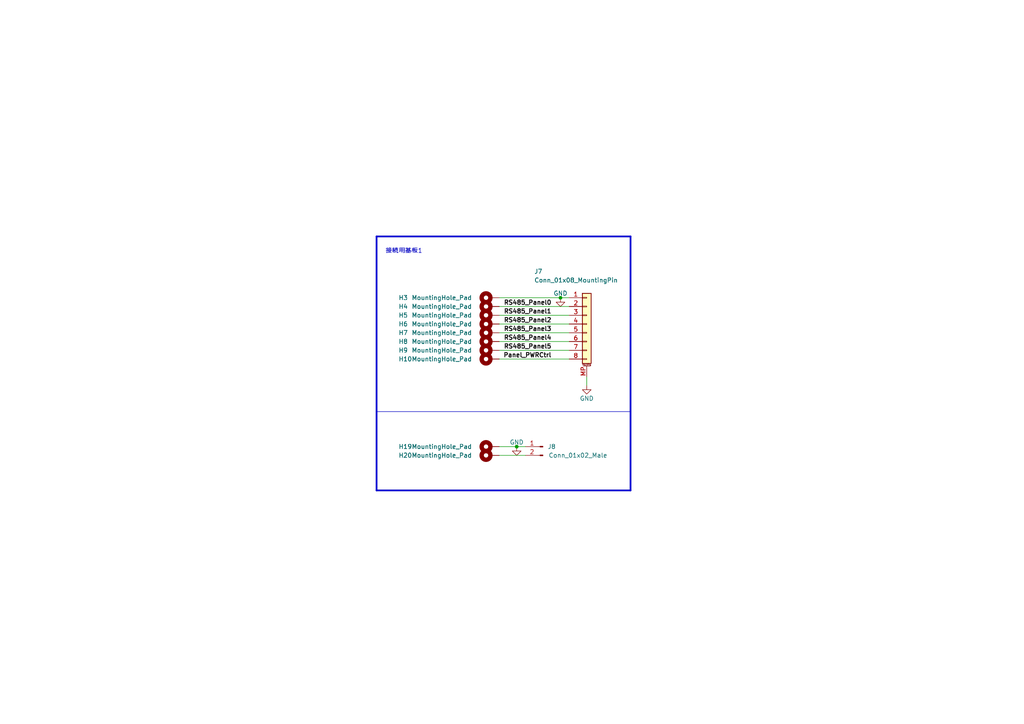
<source format=kicad_sch>
(kicad_sch (version 20230121) (generator eeschema)
  (paper "A4")
  (lib_symbols
    (symbol "Connector:Conn_01x02_Male" (pin_names (offset 1.016) hide)
      (property "Reference" "J" (at 0 2.54 0))
      (property "Value" "Conn_01x02_Male" (at 0 -5.08 0))
      (symbol "Conn_01x02_Male_1_1"
        (polyline (pts (xy 1.27 -2.54) (xy 0.8636 -2.54)) (stroke (width 0.1524)))
        (polyline (pts (xy 1.27 0) (xy 0.8636 0)) (stroke (width 0.1524)))
        (rectangle (start 0.8636 -2.413) (end 0 -2.667) (stroke (width 0.1524)) (fill (type outline)))
        (rectangle (start 0.8636 0.127) (end 0 -0.127) (stroke (width 0.1524)) (fill (type outline)))
        (pin passive line (at 5.08 0 180) (length 3.81) (name "Pin_1") (number "1"))
        (pin passive line (at 5.08 -2.54 180) (length 3.81) (name "Pin_2") (number "2"))
      )
    )
    (symbol "Connector_Generic_MountingPin:Conn_01x08_MountingPin" (pin_names (offset 1.016) hide)
      (property "Reference" "J" (at 0 10.16 0))
      (property "Value" "Conn_01x08_MountingPin" (at 1.27 -12.7 0))
      (symbol "Conn_01x08_MountingPin_1_1"
        (rectangle (start -1.27 -10.033) (end 0 -10.287) (stroke (width 0.1524)))
        (rectangle (start -1.27 -7.493) (end 0 -7.747) (stroke (width 0.1524)))
        (rectangle (start -1.27 -4.953) (end 0 -5.207) (stroke (width 0.1524)))
        (rectangle (start -1.27 -2.413) (end 0 -2.667) (stroke (width 0.1524)))
        (rectangle (start -1.27 0.127) (end 0 -0.127) (stroke (width 0.1524)))
        (rectangle (start -1.27 2.667) (end 0 2.413) (stroke (width 0.1524)))
        (rectangle (start -1.27 5.207) (end 0 4.953) (stroke (width 0.1524)))
        (rectangle (start -1.27 7.747) (end 0 7.493) (stroke (width 0.1524)))
        (rectangle (start -1.27 8.89) (end 1.27 -11.43) (stroke (width 0.254)) (fill (type background)))
        (polyline (pts (xy -1.016 -12.192) (xy 1.016 -12.192)) (stroke (width 0.1524)))
        (text "Mounting" (at 0 -11.811 0) (effects (font (size 0.381 0.381))))
        (pin passive line (at -5.08 7.62 0) (length 3.81) (name "Pin_1") (number "1"))
        (pin passive line (at -5.08 5.08 0) (length 3.81) (name "Pin_2") (number "2"))
        (pin passive line (at -5.08 2.54 0) (length 3.81) (name "Pin_3") (number "3"))
        (pin passive line (at -5.08 0 0) (length 3.81) (name "Pin_4") (number "4"))
        (pin passive line (at -5.08 -2.54 0) (length 3.81) (name "Pin_5") (number "5"))
        (pin passive line (at -5.08 -5.08 0) (length 3.81) (name "Pin_6") (number "6"))
        (pin passive line (at -5.08 -7.62 0) (length 3.81) (name "Pin_7") (number "7"))
        (pin passive line (at -5.08 -10.16 0) (length 3.81) (name "Pin_8") (number "8"))
        (pin passive line (at 0 -15.24 90) (length 3.048) (name "MountPin") (number "MP"))
      )
    )
    (symbol "Mechanical:MountingHole_Pad" (pin_numbers hide) (pin_names (offset 1.016) hide)
      (property "Reference" "H" (at 0 6.35 0))
      (property "Value" "MountingHole_Pad" (at 0 4.445 0))
      (symbol "MountingHole_Pad_0_1"
        (circle (center 0 1.27) (radius 1.27) (stroke (width 1.27)))
      )
      (symbol "MountingHole_Pad_1_1"
        (pin input line (at 0 -2.54 90) (length 2.54) (name "1") (number "1"))
      )
    )
    (symbol "power:GND" (power) (pin_names (offset 0))
      (property "Value" "GND" (at 0 -3.81 0))
      (symbol "GND_0_1"
        (polyline (pts (xy 0 0) (xy 0 -1.27) (xy 1.27 -1.27) (xy 0 -2.54) (xy -1.27 -1.27) (xy 0 -1.27)))
      )
      (symbol "GND_1_1"
        (pin power_in line (at 0 0 270) (length 0) hide (name "GND") (number "1"))
      )
    )
  )
  (junction (at 149.86 129.54))
  (junction (at 162.56 86.36))
  (polyline (pts (xy 109.22 142.24) (xy 182.88 142.24)) (stroke (width 0.5) (type solid)))
  (wire (pts (xy 144.78 101.6) (xy 165.1 101.6)))
  (wire (pts (xy 144.78 88.9) (xy 165.1 88.9)))
  (wire (pts (xy 144.78 91.44) (xy 165.1 91.44)))
  (wire (pts (xy 144.78 86.36) (xy 162.56 86.36)))
  (wire (pts (xy 144.78 129.54) (xy 149.86 129.54)))
  (wire (pts (xy 144.78 96.52) (xy 165.1 96.52)))
  (polyline (pts (xy 109.22 68.58) (xy 182.88 68.58)) (stroke (width 0.5) (type solid)))
  (wire (pts (xy 144.78 104.14) (xy 165.1 104.14)))
  (polyline (pts (xy 182.88 68.58) (xy 182.88 142.24)) (stroke (width 0.5) (type solid)))
  (wire (pts (xy 152.4 129.54) (xy 149.86 129.54)))
  (wire (pts (xy 144.78 99.06) (xy 165.1 99.06)))
  (wire (pts (xy 170.18 109.22) (xy 170.18 111.76)))
  (polyline (pts (xy 109.22 68.58) (xy 109.22 142.24)) (stroke (width 0.5) (type solid)))
  (wire (pts (xy 144.78 93.98) (xy 165.1 93.98)))
  (wire (pts (xy 162.56 86.36) (xy 165.1 86.36)))
  (wire (pts (xy 152.4 132.08) (xy 144.78 132.08)))
  (rectangle (start 109.22 119.38) (end 182.88 119.38))
  (text "接続用基板1\n" (at 111.76 73.66 0) (effects (font (size 1.27 1.27)) (justify left bottom)))
  (label "RS485_Panel4" (at 160.02 99.06 180) (effects (font (thickness 0.254) bold)))
  (label "RS485_Panel0" (at 160.02 88.9 180) (effects (font (thickness 0.254) bold)))
  (label "Panel_PWRCtrl" (at 160.02 104.14 180) (effects (font (thickness 0.254) bold)))
  (label "RS485_Panel1" (at 160.02 91.44 180) (effects (font (thickness 0.254) bold)))
  (label "RS485_Panel3" (at 160.02 96.52 180) (effects (font (thickness 0.254) bold)))
  (label "RS485_Panel5" (at 160.02 101.6 180) (effects (font (thickness 0.254) bold)))
  (label "RS485_Panel2" (at 160.02 93.98 180) (effects (font (thickness 0.254) bold)))
  (symbol (lib_id "Mechanical:MountingHole_Pad") (at 142.24 104.14 90) (unit 1)
    (property "Reference" "H10" (at 115.57 104.14 90) (effects (justify right)))
    (property "Value" "MountingHole_Pad" (at 119.38 104.14 90) (effects (justify right)))
    (property "Footprint" "TomoshibiLibrary:Pad_THTPad_D1.0mm_Drill0.65mm" (effects hide))
  )
  (symbol (lib_id "Mechanical:MountingHole_Pad") (at 142.24 99.06 90) (unit 1)
    (property "Reference" "H8" (at 115.57 99.06 90) (effects (justify right)))
    (property "Value" "MountingHole_Pad" (at 119.38 99.06 90) (effects (justify right)))
    (property "Footprint" "TomoshibiLibrary:Pad_THTPad_D1.0mm_Drill0.65mm" (effects hide))
  )
  (symbol (lib_id "Mechanical:MountingHole_Pad") (at 142.24 93.98 90) (unit 1)
    (property "Reference" "H6" (at 115.57 93.98 90) (effects (justify right)))
    (property "Value" "MountingHole_Pad" (at 119.38 93.98 90) (effects (justify right)))
    (property "Footprint" "TomoshibiLibrary:Pad_THTPad_D1.0mm_Drill0.65mm" (effects hide))
  )
  (symbol (lib_id "power:GND") (at 162.56 86.36 0) (mirror y) (unit 1)
    (property "Reference" "#PWR026" (effects hide))
    (property "Value" "GND" (at 162.56 85.09 0))
  )
  (symbol (lib_id "Mechanical:MountingHole_Pad") (at 142.24 96.52 90) (unit 1)
    (property "Reference" "H7" (at 115.57 96.52 90) (effects (justify right)))
    (property "Value" "MountingHole_Pad" (at 119.38 96.52 90) (effects (justify right)))
    (property "Footprint" "TomoshibiLibrary:Pad_THTPad_D1.0mm_Drill0.65mm" (effects hide))
  )
  (symbol (lib_id "Mechanical:MountingHole_Pad") (at 142.24 101.6 90) (unit 1)
    (property "Reference" "H9" (at 115.57 101.6 90) (effects (justify right)))
    (property "Value" "MountingHole_Pad" (at 119.38 101.6 90) (effects (justify right)))
    (property "Footprint" "TomoshibiLibrary:Pad_THTPad_D1.0mm_Drill0.65mm" (effects hide))
  )
  (symbol (lib_id "Connector:Conn_01x02_Male") (at 157.48 129.54 0) (mirror y) (unit 1)
    (property "Reference" "J8" (at 160.02 129.54 0))
    (property "Value" "Conn_01x02_Male" (at 167.64 132.08 0))
    (property "Footprint" "Connector_Molex:Molex_SPOX_5267-02A_1x02_P2.50mm_Vertical" (effects hide))
  )
  (symbol (lib_id "power:GND") (at 170.18 111.76 0) (mirror y) (unit 1)
    (property "Reference" "#PWR027" (effects hide))
    (property "Value" "GND" (at 170.18 115.57 0))
  )
  (symbol (lib_id "Mechanical:MountingHole_Pad") (at 142.24 86.36 90) (unit 1)
    (property "Reference" "H3" (at 115.57 86.36 90) (effects (justify right)))
    (property "Value" "MountingHole_Pad" (at 119.38 86.36 90) (effects (justify right)))
    (property "Footprint" "TomoshibiLibrary:Pad_THTPad_1.0x1.0mm_Drill0.65mm" (effects hide))
  )
  (symbol (lib_id "power:GND") (at 149.86 129.54 0) (mirror y) (unit 1)
    (property "Reference" "#PWR030" (effects hide))
    (property "Value" "GND" (at 149.86 128.27 0))
  )
  (symbol (lib_id "Mechanical:MountingHole_Pad") (at 142.24 88.9 90) (unit 1)
    (property "Reference" "H4" (at 115.57 88.9 90) (effects (justify right)))
    (property "Value" "MountingHole_Pad" (at 119.38 88.9 90) (effects (justify right)))
    (property "Footprint" "TomoshibiLibrary:Pad_THTPad_D1.0mm_Drill0.65mm" (effects hide))
  )
  (symbol (lib_id "Mechanical:MountingHole_Pad") (at 142.24 132.08 90) (unit 1)
    (property "Reference" "H20" (at 115.57 132.08 90) (effects (justify right)))
    (property "Value" "MountingHole_Pad" (at 119.38 132.08 90) (effects (justify right)))
    (property "Footprint" "TomoshibiLibrary:Pad_THTPad_D1.0mm_Drill0.65mm" (effects hide))
  )
  (symbol (lib_id "Mechanical:MountingHole_Pad") (at 142.24 91.44 90) (unit 1)
    (property "Reference" "H5" (at 115.57 91.44 90) (effects (justify right)))
    (property "Value" "MountingHole_Pad" (at 119.38 91.44 90) (effects (justify right)))
    (property "Footprint" "TomoshibiLibrary:Pad_THTPad_D1.0mm_Drill0.65mm" (effects hide))
  )
  (symbol (lib_id "Mechanical:MountingHole_Pad") (at 142.24 129.54 90) (unit 1)
    (property "Reference" "H19" (at 115.57 129.54 90) (effects (justify right)))
    (property "Value" "MountingHole_Pad" (at 119.38 129.54 90) (effects (justify right)))
    (property "Footprint" "TomoshibiLibrary:Pad_THTPad_1.0x1.0mm_Drill0.65mm" (effects hide))
  )
  (symbol (lib_id "Connector_Generic_MountingPin:Conn_01x08_MountingPin") (at 170.18 93.98 0) (unit 1)
    (property "Reference" "J7" (at 154.94 78.74 0) (effects (justify left)))
    (property "Value" "Conn_01x08_MountingPin" (at 154.94 81.28 0) (effects (justify left)))
    (property "Footprint" "Connector_Molex:Molex_PicoBlade_53398-0871_1x08-1MP_P1.25mm_Vertical" (effects hide))
  )
)
</source>
